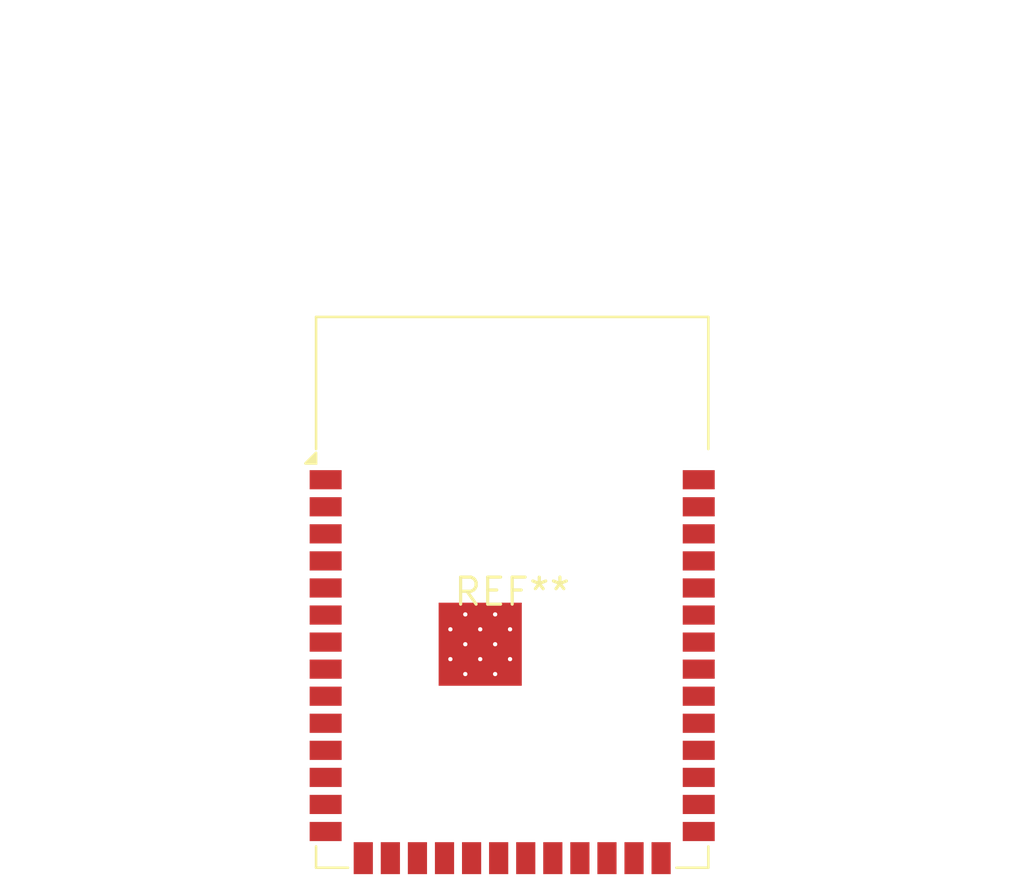
<source format=kicad_pcb>
(kicad_pcb (version 20240108) (generator pcbnew)
  (layers (0 "F.Cu" signal) (31 "B.Cu" signal) (34 "B.Paste" user) (35 "F.Paste" user) (36 "B.SilkS" user "B.Silkscreen") (37 "F.SilkS" user "F.Silkscreen") (38 "B.Mask" user) (39 "F.Mask" user) (44 "Edge.Cuts" user))
  (net 0 "")
  (footprint "ESP32-S3-WROOM-1" (layer "F.Cu") (at 0 0)
    (property "Reference" "REF**")
    (property "Value" "ESP32-S3-WROOM-1")
    (fp_line (start -9.2 -12.9) (end -9.2 -6.7) (layer "F.SilkS") (stroke (width 0.12)))
    (fp_line (start -9.2 -12.9) (end 9.2 -12.9) (layer "F.SilkS") (stroke (width 0.12)))
    (fp_line (start -9.2 11.95) (end -9.2 12.95) (layer "F.SilkS") (stroke (width 0.12)))
    (fp_line (start -9.2 12.95) (end -7.7 12.95) (layer "F.SilkS") (stroke (width 0.12)))
    (fp_line (start 9.2 -12.9) (end 9.2 -6.7) (layer "F.SilkS") (stroke (width 0.12)))
    (fp_line (start 9.2 12.95) (end 7.7 12.95) (layer "F.SilkS") (stroke (width 0.12)))
    (fp_line (start 9.2 12.95) (end 9.2 11.95) (layer "F.SilkS") (stroke (width 0.12)))
    (fp_poly (pts (xy -9.2 -6.025) (xy -9.7 -6.025) (xy -9.2 -6.525) (xy -9.2 -6.025)) (layer "F.SilkS") (stroke (width 0.12)) (fill solid))
    (pad "1" smd rect (at -8.75 -5.26) (size 1.5 0.9) (layers "F.Cu" "F.Paste" "F.Mask"))
    (pad "2" smd rect (at -8.75 -3.99) (size 1.5 0.9) (layers "F.Cu" "F.Paste" "F.Mask"))
    (pad "3" smd rect (at -8.75 -2.72) (size 1.5 0.9) (layers "F.Cu" "F.Paste" "F.Mask"))
    (pad "4" smd rect (at -8.75 -1.45) (size 1.5 0.9) (layers "F.Cu" "F.Paste" "F.Mask"))
    (pad "5" smd rect (at -8.75 -0.18) (size 1.5 0.9) (layers "F.Cu" "F.Paste" "F.Mask"))
    (pad "6" smd rect (at -8.75 1.09) (size 1.5 0.9) (layers "F.Cu" "F.Paste" "F.Mask"))
    (pad "7" smd rect (at -8.75 2.36) (size 1.5 0.9) (layers "F.Cu" "F.Paste" "F.Mask"))
    (pad "8" smd rect (at -8.75 3.63) (size 1.5 0.9) (layers "F.Cu" "F.Paste" "F.Mask"))
    (pad "9" smd rect (at -8.75 4.9) (size 1.5 0.9) (layers "F.Cu" "F.Paste" "F.Mask"))
    (pad "10" smd rect (at -8.75 6.17) (size 1.5 0.9) (layers "F.Cu" "F.Paste" "F.Mask"))
    (pad "11" smd rect (at -8.75 7.44) (size 1.5 0.9) (layers "F.Cu" "F.Paste" "F.Mask"))
    (pad "12" smd rect (at -8.75 8.71) (size 1.5 0.9) (layers "F.Cu" "F.Paste" "F.Mask"))
    (pad "13" smd rect (at -8.75 9.98) (size 1.5 0.9) (layers "F.Cu" "F.Paste" "F.Mask"))
    (pad "14" smd rect (at -8.75 11.25 180) (size 1.5 0.9) (layers "F.Cu" "F.Paste" "F.Mask"))
    (pad "15" smd rect (at -6.985 12.5 270) (size 1.5 0.9) (layers "F.Cu" "F.Paste" "F.Mask"))
    (pad "16" smd rect (at -5.715 12.5 270) (size 1.5 0.9) (layers "F.Cu" "F.Paste" "F.Mask"))
    (pad "17" smd rect (at -4.445 12.5 270) (size 1.5 0.9) (layers "F.Cu" "F.Paste" "F.Mask"))
    (pad "18" smd rect (at -3.175 12.5 270) (size 1.5 0.9) (layers "F.Cu" "F.Paste" "F.Mask"))
    (pad "19" smd rect (at -1.905 12.5 270) (size 1.5 0.9) (layers "F.Cu" "F.Paste" "F.Mask"))
    (pad "20" smd rect (at -0.635 12.5 270) (size 1.5 0.9) (layers "F.Cu" "F.Paste" "F.Mask"))
    (pad "21" smd rect (at 0.635 12.5 270) (size 1.5 0.9) (layers "F.Cu" "F.Paste" "F.Mask"))
    (pad "22" smd rect (at 1.905 12.5 270) (size 1.5 0.9) (layers "F.Cu" "F.Paste" "F.Mask"))
    (pad "23" smd rect (at 3.175 12.5 270) (size 1.5 0.9) (layers "F.Cu" "F.Paste" "F.Mask"))
    (pad "24" smd rect (at 4.445 12.5 270) (size 1.5 0.9) (layers "F.Cu" "F.Paste" "F.Mask"))
    (pad "25" smd rect (at 5.715 12.5 270) (size 1.5 0.9) (layers "F.Cu" "F.Paste" "F.Mask"))
    (pad "26" smd rect (at 6.985 12.5 270) (size 1.5 0.9) (layers "F.Cu" "F.Paste" "F.Mask"))
    (pad "27" smd rect (at 8.75 11.25) (size 1.5 0.9) (layers "F.Cu" "F.Paste" "F.Mask"))
    (pad "28" smd rect (at 8.75 9.98) (size 1.5 0.9) (layers "F.Cu" "F.Paste" "F.Mask"))
    (pad "29" smd rect (at 8.75 8.71) (size 1.5 0.9) (layers "F.Cu" "F.Paste" "F.Mask"))
    (pad "30" smd rect (at 8.75 7.44) (size 1.5 0.9) (layers "F.Cu" "F.Paste" "F.Mask"))
    (pad "31" smd rect (at 8.75 6.17) (size 1.5 0.9) (layers "F.Cu" "F.Paste" "F.Mask"))
    (pad "32" smd rect (at 8.75 4.9) (size 1.5 0.9) (layers "F.Cu" "F.Paste" "F.Mask"))
    (pad "33" smd rect (at 8.75 3.63) (size 1.5 0.9) (layers "F.Cu" "F.Paste" "F.Mask"))
    (pad "34" smd rect (at 8.75 2.36) (size 1.5 0.9) (layers "F.Cu" "F.Paste" "F.Mask"))
    (pad "35" smd rect (at 8.75 1.09) (size 1.5 0.9) (layers "F.Cu" "F.Paste" "F.Mask"))
    (pad "36" smd rect (at 8.75 -0.18) (size 1.5 0.9) (layers "F.Cu" "F.Paste" "F.Mask"))
    (pad "37" smd rect (at 8.75 -1.45) (size 1.5 0.9) (layers "F.Cu" "F.Paste" "F.Mask"))
    (pad "38" smd rect (at 8.75 -2.72) (size 1.5 0.9) (layers "F.Cu" "F.Paste" "F.Mask"))
    (pad "39" smd rect (at 8.75 -3.99) (size 1.5 0.9) (layers "F.Cu" "F.Paste" "F.Mask"))
    (pad "40" smd rect (at 8.75 -5.26) (size 1.5 0.9) (layers "F.Cu" "F.Paste" "F.Mask"))
    (pad "41" thru_hole circle (at -2.9 1.76 90) (size 0.6 0.6) (drill 0.2) (property pad_prop_heatsink) (layers *.Cu "F.Mask") (remove_unused_layers))
    (pad "41" thru_hole circle (at -2.9 3.16) (size 0.6 0.6) (drill 0.2) (property pad_prop_heatsink) (layers *.Cu "F.Mask") (remove_unused_layers))
    (pad "41" thru_hole circle (at -2.2 1.06) (size 0.6 0.6) (drill 0.2) (property pad_prop_heatsink) (layers *.Cu "F.Mask") (remove_unused_layers))
    (pad "41" thru_hole circle (at -2.2 2.46) (size 0.6 0.6) (drill 0.2) (property pad_prop_heatsink) (layers *.Cu "F.Mask") (remove_unused_layers))
    (pad "41" thru_hole circle (at -2.2 3.86) (size 0.6 0.6) (drill 0.2) (property pad_prop_heatsink) (layers *.Cu "F.Mask") (remove_unused_layers))
    (pad "41" thru_hole circle (at -1.5 1.76) (size 0.6 0.6) (drill 0.2) (property pad_prop_heatsink) (layers *.Cu "F.Mask") (remove_unused_layers))
    (pad "41" smd rect (at -1.5 2.46 270) (size 3.9 3.9) (layers "F.Cu" "F.Mask"))
    (pad "41" thru_hole circle (at -1.5 3.16) (size 0.6 0.6) (drill 0.2) (property pad_prop_heatsink) (layers *.Cu "F.Mask") (remove_unused_layers))
    (pad "41" thru_hole circle (at -0.8 1.06) (size 0.6 0.6) (drill 0.2) (property pad_prop_heatsink) (layers *.Cu "F.Mask") (remove_unused_layers))
    (pad "41" thru_hole circle (at -0.8 2.46) (size 0.6 0.6) (drill 0.2) (property pad_prop_heatsink) (layers *.Cu "F.Mask") (remove_unused_layers))
    (pad "41" thru_hole circle (at -0.8 3.86) (size 0.6 0.6) (drill 0.2) (property pad_prop_heatsink) (layers *.Cu "F.Mask") (remove_unused_layers))
    (pad "41" thru_hole circle (at -0.1 1.76) (size 0.6 0.6) (drill 0.2) (property pad_prop_heatsink) (layers *.Cu "F.Mask") (remove_unused_layers))
    (pad "41" thru_hole circle (at -0.1 3.16) (size 0.6 0.6) (drill 0.2) (property pad_prop_heatsink) (layers *.Cu "F.Mask") (remove_unused_layers))
  )
)
</source>
